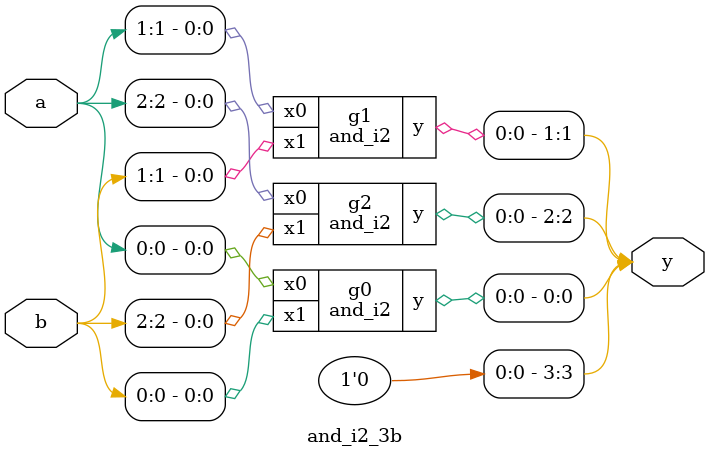
<source format=v>
module and_i3(y, x0, x1, x2);
	output y;
	input x0, x1, x2;
		
	assign y = x0 & x1 & x2;
endmodule

module and_i2(y, x0, x1);
	output y;
	input x0, x1;
		
	assign y = x0 & x1;
endmodule

module and_i2_3b(y, a, b);
	output wire [3:0] y;
	input  [2:0] a, b;
      
	and_i2 g0(y[0], a[0], b[0]);
	and_i2 g1(y[1], a[1], b[1]);
	and_i2 g2(y[2], a[2], b[2]);
	assign y[3] = 1'b0;
endmodule // and_i2_3b
	

</source>
